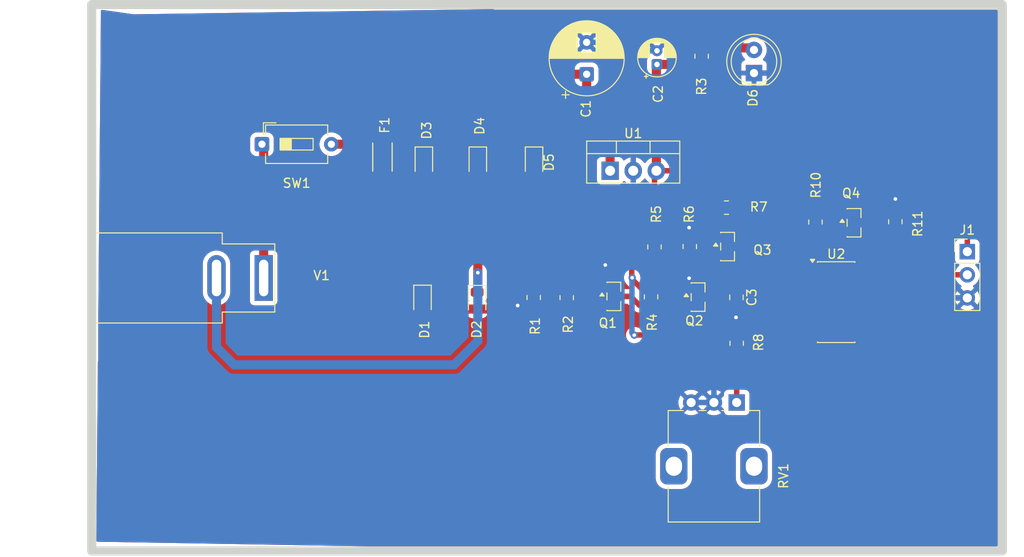
<source format=kicad_pcb>
(kicad_pcb (version 20241229) (generator "pcbnew") (generator_version "9.0")
  (title_block (title "CMPE2150 PWM Generator - mhe4") (date "2025-12-12") (rev "3") (company "NAIT CNT") (comment 1 "Mengning HE"))
  (layers (0 "F.Cu" signal) (2 "B.Cu" signal) (13 "F.Paste" user) (15 "B.Paste" user) (5 "F.SilkS" user "F.Silkscreen") (7 "B.SilkS" user "B.Silkscreen") (1 "F.Mask" user) (3 "B.Mask" user) (25 "Edge.Cuts" user))
  (net 0 "")
  (net 1 "GND")
  (net 2 "Net-(D5-K)")
  (net 3 "VCC")
  (net 4 "Net-(Q2-C)")
  (net 5 "Net-(D1-K)")
  (net 6 "GNDPWR")
  (net 7 "Net-(D3-K)")
  (net 8 "Net-(D6-A)")
  (net 9 "VAC")
  (net 10 "Net-(J1-Pin_2)")
  (net 11 "Net-(Q1-B)")
  (net 12 "Net-(Q1-C)")
  (net 13 "Net-(Q3-B)")
  (net 14 "Net-(Q3-E)")
  (net 15 "Net-(Q4-B)")
  (net 16 "Net-(U2A-+)")
  (net 17 "Net-(R10-Pad1)")
  (net 18 "Net-(SW1-A)")
  (footprint "Potentiometer_THT:Potentiometer_Alps_RK09K_Single_Vertical" (layer "F.Cu") (at 114.65 79.025 -90)
    (property "Reference" "RV1" (at 8.068 -5.15 90) (layer "F.SilkS"))
    (property "Value" "5k")
    (pad "1" thru_hole rect (at 0 0 270) (size 1.8 1.8) (drill 1) (layers "*.Cu" "*.Mask") (net 16 "Net-(U2A-+)"))
    (pad "2" thru_hole circle (at 0 2.5 270) (size 1.8 1.8) (drill 1) (layers "*.Cu" "*.Mask") (net 1 "GND"))
    (pad "3" thru_hole circle (at 0 5 270) (size 1.8 1.8) (drill 1) (layers "*.Cu" "*.Mask") (net 1 "GND"))
    (pad "MP" thru_hole roundrect (at 7 -1.9 270) (size 4 3) (drill oval 2.1 1.8) (layers "*.Cu" "*.Mask"))
    (pad "MP" thru_hole roundrect (at 7 6.9 270) (size 4 3) (drill oval 2.1 1.8) (layers "*.Cu" "*.Mask"))
  )
  (footprint "Capacitor_THT:CP_Radial_D8.0mm_P3.50mm" (layer "F.Cu") (at 98.175 42.977651 90)
    (property "Reference" "C1" (at -3.797349 -0.075 90) (layer "F.SilkS"))
    (property "Value" "220uf")
    (pad "1" thru_hole roundrect (at 0 0 90) (size 1.6 1.6) (drill 0.8) (layers "*.Cu" "*.Mask") (roundrect_rratio 0.15625) (net 2 "Net-(D5-K)"))
    (pad "2" thru_hole circle (at 3.5 0 90) (size 1.6 1.6) (drill 0.8) (layers "*.Cu" "*.Mask") (net 1 "GND"))
  )
  (footprint "Resistor_SMD:R_0805_2012Metric" (layer "F.Cu") (at 95.9875 67.5125 -90)
    (property "Reference" "R2" (at 2.9375 -0.1625 90) (layer "F.SilkS"))
    (property "Value" "1M")
    (pad "1" smd roundrect (at -0.9125 0 270) (size 1.025 1.4) (layers "F.Cu" "F.Mask" "F.Paste") (roundrect_rratio 0.243902) (net 7 "Net-(D3-K)"))
    (pad "2" smd roundrect (at 0.9125 0 270) (size 1.025 1.4) (layers "F.Cu" "F.Mask" "F.Paste") (roundrect_rratio 0.243902) (net 11 "Net-(Q1-B)"))
  )
  (footprint "Package_TO_SOT_SMD:SOT-23" (layer "F.Cu") (at 113.65 61.9)
    (property "Reference" "Q3" (at 3.825 0.375 0) (layer "F.SilkS"))
    (property "Value" "2N3906")
    (pad "1" smd roundrect (at -0.9375 -0.95) (size 1.475 0.6) (layers "F.Cu" "F.Mask" "F.Paste") (net 14 "Net-(Q3-E)"))
    (pad "2" smd roundrect (at -0.9375 0.95) (size 1.475 0.6) (layers "F.Cu" "F.Mask" "F.Paste") (net 13 "Net-(Q3-B)"))
    (pad "3" smd roundrect (at 0.9375 0) (size 1.475 0.6) (layers "F.Cu" "F.Mask" "F.Paste") (net 4 "Net-(Q2-C)"))
  )
  (footprint "Resistor_SMD:R_0805_2012Metric" (layer "F.Cu") (at 113.525 57.625)
    (property "Reference" "R7" (at 3.55 -0.075 0) (layer "F.SilkS"))
    (property "Value" "22k")
    (pad "1" smd roundrect (at -0.9125 0) (size 1.025 1.4) (layers "F.Cu" "F.Mask" "F.Paste") (roundrect_rratio 0.243902) (net 14 "Net-(Q3-E)"))
    (pad "2" smd roundrect (at 0.9125 0) (size 1.025 1.4) (layers "F.Cu" "F.Mask" "F.Paste") (roundrect_rratio 0.243902) (net 3 "VCC"))
  )
  (footprint "Resistor_SMD:R_0805_2012Metric" (layer "F.Cu") (at 105.625 61.9375 -90)
    (property "Reference" "R5" (at -3.5875 -0.2 90) (layer "F.SilkS"))
    (property "Value" "220k")
    (pad "1" smd roundrect (at -0.9125 0 270) (size 1.025 1.4) (layers "F.Cu" "F.Mask" "F.Paste") (roundrect_rratio 0.243902) (net 3 "VCC"))
    (pad "2" smd roundrect (at 0.9125 0 270) (size 1.025 1.4) (layers "F.Cu" "F.Mask" "F.Paste") (roundrect_rratio 0.243902) (net 13 "Net-(Q3-B)"))
  )
  (footprint "Resistor_SMD:R_0805_2012Metric" (layer "F.Cu") (at 132.075 59.175 90)
    (property "Reference" "R11" (at -0.227064 2.45 90) (layer "F.SilkS"))
    (property "Value" "180")
    (pad "1" smd roundrect (at -0.9125 0 90) (size 1.025 1.4) (layers "F.Cu" "F.Mask" "F.Paste") (roundrect_rratio 0.243902) (net 10 "Net-(J1-Pin_2)"))
    (pad "2" smd roundrect (at 0.9125 0 90) (size 1.025 1.4) (layers "F.Cu" "F.Mask" "F.Paste") (roundrect_rratio 0.243902) (net 1 "GND"))
  )
  (footprint "Connector_PinHeader_2.54mm:PinHeader_1x03_P2.54mm_Vertical" (layer "F.Cu") (at 139.975 62.46)
    (property "Reference" "J1" (at 0 -2.38 0) (layer "F.SilkS"))
    (property "Value" "Conn_01x03_Pin")
    (pad "1" thru_hole rect (at 0 0) (size 1.7 1.7) (drill 1) (layers "*.Cu" "*.Mask") (net 3 "VCC"))
    (pad "2" thru_hole circle (at 0 2.54) (size 1.7 1.7) (drill 1) (layers "*.Cu" "*.Mask") (net 10 "Net-(J1-Pin_2)"))
    (pad "3" thru_hole circle (at 0 5.08) (size 1.7 1.7) (drill 1) (layers "*.Cu" "*.Mask") (net 1 "GND"))
  )
  (footprint "Resistor_SMD:R_0805_2012Metric" (layer "F.Cu") (at 105.25 67.425 -90)
    (property "Reference" "R4" (at 2.8 -0.125 90) (layer "F.SilkS"))
    (property "Value" "10k")
    (pad "1" smd roundrect (at -0.9125 0 270) (size 1.025 1.4) (layers "F.Cu" "F.Mask" "F.Paste") (roundrect_rratio 0.243902) (net 3 "VCC"))
    (pad "2" smd roundrect (at 0.9125 0 270) (size 1.025 1.4) (layers "F.Cu" "F.Mask" "F.Paste") (roundrect_rratio 0.243902) (net 12 "Net-(Q1-C)"))
  )
  (footprint "Package_TO_SOT_SMD:SOT-23" (layer "F.Cu") (at 127.5375 59.2875)
    (property "Reference" "Q4" (at -0.3125 -3.2375 0) (layer "F.SilkS"))
    (property "Value" "2N3906")
    (pad "1" smd roundrect (at -0.9375 -0.95) (size 1.475 0.6) (layers "F.Cu" "F.Mask" "F.Paste") (net 3 "VCC"))
    (pad "2" smd roundrect (at -0.9375 0.95) (size 1.475 0.6) (layers "F.Cu" "F.Mask" "F.Paste") (net 15 "Net-(Q4-B)"))
    (pad "3" smd roundrect (at 0.9375 0) (size 1.475 0.6) (layers "F.Cu" "F.Mask" "F.Paste") (net 10 "Net-(J1-Pin_2)"))
  )
  (footprint "Package_TO_SOT_SMD:SOT-23" (layer "F.Cu") (at 101.1625 67.375)
    (property "Reference" "Q1" (at -0.6625 2.925 0) (layer "F.SilkS"))
    (property "Value" "2N3904")
    (pad "1" smd roundrect (at -0.9375 -0.95) (size 1.475 0.6) (layers "F.Cu" "F.Mask" "F.Paste") (net 1 "GND"))
    (pad "2" smd roundrect (at -0.9375 0.95) (size 1.475 0.6) (layers "F.Cu" "F.Mask" "F.Paste") (net 11 "Net-(Q1-B)"))
    (pad "3" smd roundrect (at 0.9375 0) (size 1.475 0.6) (layers "F.Cu" "F.Mask" "F.Paste") (net 12 "Net-(Q1-C)"))
  )
  (footprint "Resistor_SMD:R_0805_2012Metric" (layer "F.Cu") (at 110.8 41 90)
    (property "Reference" "R3" (at -3.325 0 90) (layer "F.SilkS"))
    (property "Value" "330")
    (pad "1" smd roundrect (at -0.9125 0 90) (size 1.025 1.4) (layers "F.Cu" "F.Mask" "F.Paste") (roundrect_rratio 0.243902) (net 3 "VCC"))
    (pad "2" smd roundrect (at 0.9125 0 90) (size 1.025 1.4) (layers "F.Cu" "F.Mask" "F.Paste") (roundrect_rratio 0.243902) (net 8 "Net-(D6-A)"))
  )
  (footprint "Resistor_SMD:R_0805_2012Metric" (layer "F.Cu") (at 123.3 59.2125 -90)
    (property "Reference" "R10" (at -4.0625 -0.05 90) (layer "F.SilkS"))
    (property "Value" "8.2k")
    (pad "1" smd roundrect (at -0.9125 0 270) (size 1.025 1.4) (layers "F.Cu" "F.Mask" "F.Paste") (roundrect_rratio 0.243902) (net 17 "Net-(R10-Pad1)"))
    (pad "2" smd roundrect (at 0.9125 0 270) (size 1.025 1.4) (layers "F.Cu" "F.Mask" "F.Paste") (roundrect_rratio 0.243902) (net 15 "Net-(Q4-B)"))
  )
  (footprint "Package_TO_SOT_THT:TO-220-3_Vertical" (layer "F.Cu") (at 100.75 53.575)
    (property "Reference" "U1" (at 2.54 -4.1 0) (layer "F.SilkS"))
    (property "Value" "LM7805_TO220")
    (pad "1" thru_hole rect (at 0 0) (size 1.905 2) (drill 1.1) (layers "*.Cu" "*.Mask") (net 2 "Net-(D5-K)"))
    (pad "2" thru_hole oval (at 2.54 0) (size 1.905 2) (drill 1.1) (layers "*.Cu" "*.Mask") (net 1 "GND"))
    (pad "3" thru_hole oval (at 5.08 0) (size 1.905 2) (drill 1.1) (layers "*.Cu" "*.Mask") (net 3 "VCC"))
  )
  (footprint "Diode_SMD:D_0805_2012Metric" (layer "F.Cu") (at 86.225 52.65 -90)
    (property "Reference" "D4" (at -4 -0.2 90) (layer "F.SilkS"))
    (property "Value" "1N4005G")
    (pad "1" smd roundrect (at -0.9375 0 270) (size 0.975 1.4) (layers "F.Cu" "F.Mask" "F.Paste") (net 7 "Net-(D3-K)"))
    (pad "2" smd roundrect (at 0.9375 0 270) (size 0.975 1.4) (layers "F.Cu" "F.Mask" "F.Paste") (net 6 "GNDPWR"))
  )
  (footprint "LED_THT:LED_D5.0mm" (layer "F.Cu") (at 116.55 42.85 90)
    (property "Reference" "D6" (at -2.725 -0.125 90) (layer "F.SilkS"))
    (property "Value" "LED_GREEN")
    (pad "1" thru_hole rect (at 0 0 90) (size 1.8 1.8) (drill 0.9) (layers "*.Cu" "*.Mask") (net 1 "GND"))
    (pad "2" thru_hole circle (at 2.54 0 90) (size 1.8 1.8) (drill 0.9) (layers "*.Cu" "*.Mask") (net 8 "Net-(D6-A)"))
  )
  (footprint "Diode_SMD:D_0805_2012Metric" (layer "F.Cu") (at 80.15 67.825 -90)
    (property "Reference" "D1" (at 3.2 -0.225 90) (layer "F.SilkS"))
    (property "Value" "1N4005G")
    (pad "1" smd roundrect (at -0.9375 0 270) (size 0.975 1.4) (layers "F.Cu" "F.Mask" "F.Paste") (net 5 "Net-(D1-K)"))
    (pad "2" smd roundrect (at 0.9375 0 270) (size 0.975 1.4) (layers "F.Cu" "F.Mask" "F.Paste") (net 1 "GND"))
  )
  (footprint "Resistor_SMD:R_0805_2012Metric" (layer "F.Cu") (at 109.5 61.9 90)
    (property "Reference" "R6" (at 3.55 -0.075 90) (layer "F.SilkS"))
    (property "Value" "390k")
    (pad "1" smd roundrect (at -0.9125 0 90) (size 1.025 1.4) (layers "F.Cu" "F.Mask" "F.Paste") (roundrect_rratio 0.243902) (net 13 "Net-(Q3-B)"))
    (pad "2" smd roundrect (at 0.9125 0 90) (size 1.025 1.4) (layers "F.Cu" "F.Mask" "F.Paste") (roundrect_rratio 0.243902) (net 1 "GND"))
  )
  (footprint "Button_Switch_THT:SW_DIP_SPSTx01_Slide_6.7x4.1mm_W7.62mm_P2.54mm_LowProfile" (layer "F.Cu") (at 62.52 50.6625)
    (property "Reference" "SW1" (at 3.81 4.275 0) (layer "F.SilkS"))
    (property "Value" "CTS 209-210")
    (pad "1" thru_hole roundrect (at 0 0) (size 1.6 1.6) (drill 0.8) (layers "*.Cu" "*.Mask") (roundrect_rratio 0.15625) (net 18 "Net-(SW1-A)"))
    (pad "2" thru_hole circle (at 7.62 0) (size 1.6 1.6) (drill 0.8) (layers "*.Cu" "*.Mask") (net 9 "VAC"))
  )
  (footprint "Resistor_SMD:R_0805_2012Metric" (layer "F.Cu") (at 92.3625 67.5 -90)
    (property "Reference" "R1" (at 3.125 -0.1625 90) (layer "F.SilkS"))
    (property "Value" "2.2k")
    (pad "1" smd roundrect (at -0.9125 0 270) (size 1.025 1.4) (layers "F.Cu" "F.Mask" "F.Paste") (roundrect_rratio 0.243902) (net 7 "Net-(D3-K)"))
    (pad "2" smd roundrect (at 0.9125 0 270) (size 1.025 1.4) (layers "F.Cu" "F.Mask" "F.Paste") (roundrect_rratio 0.243902) (net 1 "GND"))
  )
  (footprint "Package_TO_SOT_SMD:SOT-23" (layer "F.Cu") (at 110.4125 67.45)
    (property "Reference" "Q2" (at -0.4125 2.6 0) (layer "F.SilkS"))
    (property "Value" "2N3904")
    (pad "1" smd roundrect (at -0.9375 -0.95) (size 1.475 0.6) (layers "F.Cu" "F.Mask" "F.Paste") (net 1 "GND"))
    (pad "2" smd roundrect (at -0.9375 0.95) (size 1.475 0.6) (layers "F.Cu" "F.Mask" "F.Paste") (net 12 "Net-(Q1-C)"))
    (pad "3" smd roundrect (at 0.9375 0) (size 1.475 0.6) (layers "F.Cu" "F.Mask" "F.Paste") (net 4 "Net-(Q2-C)"))
  )
  (footprint "Package_SO:SOIC-14_3.9x8.7mm_P1.27mm" (layer "F.Cu") (at 125.575 68.0025)
    (property "Reference" "U2" (at 0 -5.28 0) (layer "F.SilkS"))
    (property "Value" "LM339")
    (pad "1" smd roundrect (at -2.475 -3.81) (size 1.95 0.6) (layers "F.Cu" "F.Mask" "F.Paste"))
    (pad "2" smd roundrect (at -2.475 -2.54) (size 1.95 0.6) (layers "F.Cu" "F.Mask" "F.Paste") (net 17 "Net-(R10-Pad1)"))
    (pad "3" smd roundrect (at -2.475 -1.27) (size 1.95 0.6) (layers "F.Cu" "F.Mask" "F.Paste") (net 3 "VCC"))
    (pad "4" smd roundrect (at -2.475 0) (size 1.95 0.6) (layers "F.Cu" "F.Mask" "F.Paste") (net 4 "Net-(Q2-C)"))
    (pad "5" smd roundrect (at -2.475 1.27) (size 1.95 0.6) (layers "F.Cu" "F.Mask" "F.Paste") (net 16 "Net-(U2A-+)"))
    (pad "6" smd roundrect (at -2.475 2.54) (size 1.95 0.6) (layers "F.Cu" "F.Mask" "F.Paste"))
    (pad "7" smd roundrect (at -2.475 3.81) (size 1.95 0.6) (layers "F.Cu" "F.Mask" "F.Paste"))
    (pad "8" smd roundrect (at 2.475 3.81) (size 1.95 0.6) (layers "F.Cu" "F.Mask" "F.Paste"))
    (pad "9" smd roundrect (at 2.475 2.54) (size 1.95 0.6) (layers "F.Cu" "F.Mask" "F.Paste"))
    (pad "10" smd roundrect (at 2.475 1.27) (size 1.95 0.6) (layers "F.Cu" "F.Mask" "F.Paste"))
    (pad "11" smd roundrect (at 2.475 0) (size 1.95 0.6) (layers "F.Cu" "F.Mask" "F.Paste"))
    (pad "12" smd roundrect (at 2.475 -1.27) (size 1.95 0.6) (layers "F.Cu" "F.Mask" "F.Paste") (net 1 "GND"))
    (pad "13" smd roundrect (at 2.475 -2.54) (size 1.95 0.6) (layers "F.Cu" "F.Mask" "F.Paste"))
    (pad "14" smd roundrect (at 2.475 -3.81) (size 1.95 0.6) (layers "F.Cu" "F.Mask" "F.Paste"))
  )
  (footprint "Diode_SMD:D_0805_2012Metric" (layer "F.Cu") (at 80.3 52.65 -90)
    (property "Reference" "D3" (at -3.5 -0.3 90) (layer "F.SilkS"))
    (property "Value" "1N4005G")
    (pad "1" smd roundrect (at -0.9375 0 270) (size 0.975 1.4) (layers "F.Cu" "F.Mask" "F.Paste") (net 7 "Net-(D3-K)"))
    (pad "2" smd roundrect (at 0.9375 0 270) (size 0.975 1.4) (layers "F.Cu" "F.Mask" "F.Paste") (net 5 "Net-(D1-K)"))
  )
  (footprint "Connector_BarrelJack:BarrelJack_SwitchcraftConxall_RAPC10U_Horizontal" (layer "F.Cu") (at 62.71 65.35)
    (property "Reference" "V1" (at 6.365 -0.275 0) (layer "F.SilkS"))
    (property "Value" "BarrelJack")
    (fp_line (start -18.67 -9) (end -18.67 9) (stroke (width 0.12)) (layer "Edge.Cuts"))
    (pad "1" thru_hole rect (at 0 0) (size 2.02 5.02) (drill oval 1.02 4.02) (layers "*.Cu" "*.Mask") (net 18 "Net-(SW1-A)"))
    (pad "2" thru_hole oval (at -5.18 0) (size 2.02 5.02) (drill oval 1.02 4.02) (layers "*.Cu" "*.Mask") (net 6 "GNDPWR"))
  )
  (footprint "Diode_SMD:D_0805_2012Metric" (layer "F.Cu") (at 92.4 52.65 -90)
    (property "Reference" "D5" (at 0 -1.65 90) (layer "F.SilkS"))
    (property "Value" "1N4005G")
    (pad "1" smd roundrect (at -0.9375 0 270) (size 0.975 1.4) (layers "F.Cu" "F.Mask" "F.Paste") (net 2 "Net-(D5-K)"))
    (pad "2" smd roundrect (at 0.9375 0 270) (size 0.975 1.4) (layers "F.Cu" "F.Mask" "F.Paste") (net 7 "Net-(D3-K)"))
  )
  (footprint "Capacitor_SMD:C_0805_2012Metric" (layer "F.Cu") (at 114.625 67.475 -90)
    (property "Reference" "C3" (at 0 -1.68 90) (layer "F.SilkS"))
    (property "Value" "0.1uf")
    (pad "1" smd roundrect (at -0.95 0 270) (size 1 1.45) (layers "F.Cu" "F.Mask" "F.Paste") (net 4 "Net-(Q2-C)"))
    (pad "2" smd roundrect (at 0.95 0 270) (size 1 1.45) (layers "F.Cu" "F.Mask" "F.Paste") (net 1 "GND"))
  )
  (footprint "Capacitor_THT:CP_Radial_D4.0mm_P1.50mm" (layer "F.Cu") (at 105.9 41.9 90)
    (property "Reference" "C2" (at -3.25 0.125 90) (layer "F.SilkS"))
    (property "Value" "10uf")
    (pad "1" thru_hole roundrect (at 0 0 90) (size 1.2 1.2) (drill 0.6) (layers "*.Cu" "*.Mask") (roundrect_rratio 0.208333) (net 3 "VCC"))
    (pad "2" thru_hole circle (at 1.5 0 90) (size 1.2 1.2) (drill 0.6) (layers "*.Cu" "*.Mask") (net 1 "GND"))
  )
  (footprint "Resistor_SMD:R_0805_2012Metric" (layer "F.Cu") (at 114.65 72.525 -90)
    (property "Reference" "R8" (at -0.1 -2.4 90) (layer "F.SilkS"))
    (property "Value" "2.2k")
    (pad "1" smd roundrect (at -0.9125 0 270) (size 1.025 1.4) (layers "F.Cu" "F.Mask" "F.Paste") (roundrect_rratio 0.243902) (net 3 "VCC"))
    (pad "2" smd roundrect (at 0.9125 0 270) (size 1.025 1.4) (layers "F.Cu" "F.Mask" "F.Paste") (roundrect_rratio 0.243902) (net 16 "Net-(U2A-+)"))
  )
  (footprint "Diode_SMD:D_0805_2012Metric" (layer "F.Cu") (at 86.15 67.85 -90)
    (property "Reference" "D2" (at 3.15 0.05 90) (layer "F.SilkS"))
    (property "Value" "1N4005G")
    (pad "1" smd roundrect (at -0.9375 0 270) (size 0.975 1.4) (layers "F.Cu" "F.Mask" "F.Paste") (net 6 "GNDPWR"))
    (pad "2" smd roundrect (at 0.9375 0 270) (size 0.975 1.4) (layers "F.Cu" "F.Mask" "F.Paste") (net 1 "GND"))
  )
  (footprint "lib:RESC3115X65N" (layer "F.Cu") (at 75.75 52.075 -90)
    (property "Reference" "F1" (at -3.5 -0.25 90) (layer "F.SilkS"))
    (property "Value" "NANOSMDC016F-2")
    (pad "1" smd roundrect (at -1.465 0 270) (size 1.09 1.77) (layers "F.Cu" "F.Mask" "F.Paste") (roundrect_rratio 0.07) (net 9 "VAC"))
    (pad "2" smd roundrect (at 1.54 0 270) (size 0.94 1.77) (layers "F.Cu" "F.Mask" "F.Paste") (roundrect_rratio 0.07) (net 5 "Net-(D1-K)"))
  )
  (gr_rect (start 43.825 35.325) (end 143.825 95.325) (stroke (width 1)) (fill no) (layer "Edge.Cuts"))
  (segment (start 109.475 65.4) (end 109.45 65.375) (width 0.6) (layer "F.Cu") (net 1))
  (segment (start 114.625 68.425) (end 114.625 69.65) (width 0.6) (layer "F.Cu") (net 1))
  (segment (start 109.5 59.9) (end 109.425 59.825) (width 0.6) (layer "F.Cu") (net 1))
  (segment (start 109.5 60.9875) (end 109.5 59.9) (width 0.6) (layer "F.Cu") (net 1))
  (segment (start 100.225 66.425) (end 100.225 63.975) (width 0.6) (layer "F.Cu") (net 1))
  (segment (start 109.475 66.5) (end 109.475 65.4) (width 0.6) (layer "F.Cu") (net 1))
  (segment (start 80.15 68.7625) (end 88.5625 68.7625) (width 1) (layer "F.Cu") (net 1))
  (segment (start 132.075 56.675) (end 132.075 58.2625) (width 0.6) (layer "F.Cu") (net 1))
  (segment (start 88.9125 68.4125) (end 92.3625 68.4125) (width 1) (layer "F.Cu") (net 1))
  (segment (start 114.625 69.65) (end 114.575 69.7) (width 0.6) (layer "F.Cu") (net 1))
  (segment (start 128.05 66.7325) (end 133.0075 66.7325) (width 0.6) (layer "F.Cu") (net 1))
  (segment (start 88.5625 68.7625) (end 88.9125 68.4125) (width 1) (layer "F.Cu") (net 1))
  (segment (start 133.0075 66.7325) (end 133.815 67.54) (width 0.6) (layer "F.Cu") (net 1))
  (segment (start 133.815 67.54) (end 139.975 67.54) (width 0.6) (layer "F.Cu") (net 1))
  (via (at 114.575 69.675) (size 0.8) (drill 0.4) (layers "F.Cu" "B.Cu") (net 1))
  (via (at 109.425 59.825) (size 0.8) (drill 0.4) (layers "F.Cu" "B.Cu") (net 1))
  (via (at 109.425 65.375) (size 0.8) (drill 0.4) (layers "F.Cu" "B.Cu") (net 1))
  (via (at 132.075 56.675) (size 0.8) (drill 0.4) (layers "F.Cu" "B.Cu") (net 1))
  (via (at 90.6 68.375) (size 0.8) (drill 0.4) (layers "F.Cu" "B.Cu") (net 1))
  (via (at 100.225 63.925) (size 0.8) (drill 0.4) (layers "F.Cu" "B.Cu") (net 1))
  (segment (start 105.15 59.825) (end 103.29 57.965) (width 0.6) (layer "B.Cu") (net 1))
  (segment (start 102.525 40.425) (end 102.55 40.4) (width 0.6) (layer "B.Cu") (net 1))
  (segment (start 94.025 63.925) (end 90.6 67.35) (width 0.6) (layer "B.Cu") (net 1))
  (segment (start 109.375 63.925) (end 109.425 63.875) (width 0.6) (layer "B.Cu") (net 1))
  (segment (start 102.525 44.125) (end 102.525 40.425) (width 0.6) (layer "B.Cu") (net 1))
  (segment (start 102.075 40.4) (end 102.55 40.4) (width 0.6) (layer "B.Cu") (net 1))
  (segment (start 110.875 69.675) (end 109.425 68.225) (width 0.6) (layer "B.Cu") (net 1))
  (segment (start 90.6 67.35) (end 90.6 68.375) (width 0.6) (layer "B.Cu") (net 1))
  (segment (start 109.425 59.825) (end 105.15 59.825) (width 0.6) (layer "B.Cu") (net 1))
  (segment (start 114.575 69.675) (end 110.875 69.675) (width 0.6) (layer "B.Cu") (net 1))
  (segment (start 139.975 67.54) (end 135.715 67.54) (width 0.6) (layer "B.Cu") (net 1))
  (segment (start 100.225 63.925) (end 109.375 63.925) (width 0.6) (layer "B.Cu") (net 1))
  (segment (start 132.075 48.375) (end 126.55 42.85) (width 0.6) (layer "B.Cu") (net 1))
  (segment (start 109.425 63.875) (end 109.425 59.825) (width 0.6) (layer "B.Cu") (net 1))
  (segment (start 102.55 40.4) (end 105.9 40.4) (width 0.6) (layer "B.Cu") (net 1))
  (segment (start 101.152651 39.477651) (end 102.075 40.4) (width 0.6) (layer "B.Cu") (net 1))
  (segment (start 103.29 44.89) (end 102.525 44.125) (width 0.6) (layer "B.Cu") (net 1))
  (segment (start 109.425 65.375) (end 109.425 63.875) (width 0.6) (layer "B.Cu") (net 1))
  (segment (start 114.575 69.675) (end 114.575 72.65) (width 0.6) (layer "B.Cu") (net 1))
  (segment (start 103.29 57.965) (end 103.29 53.575) (width 0.6) (layer "B.Cu") (net 1))
  (segment (start 112.15 79.025) (end 109.65 79.025) (width 0.6) (layer "B.Cu") (net 1))
  (segment (start 98.175 39.477651) (end 101.152651 39.477651) (width 0.6) (layer "B.Cu") (net 1))
  (segment (start 109.425 68.225) (end 109.425 65.375) (width 0.6) (layer "B.Cu") (net 1))
  (segment (start 126.55 42.85) (end 116.55 42.85) (width 0.6) (layer "B.Cu") (net 1))
  (segment (start 112.15 75.075) (end 112.15 79.025) (width 0.6) (layer "B.Cu") (net 1))
  (segment (start 135.715 67.54) (end 132.075 63.9) (width 0.6) (layer "B.Cu") (net 1))
  (segment (start 100.225 63.925) (end 94.025 63.925) (width 0.6) (layer "B.Cu") (net 1))
  (segment (start 132.075 63.9) (end 132.075 48.375) (width 0.6) (layer "B.Cu") (net 1))
  (segment (start 103.29 53.575) (end 103.29 44.89) (width 0.6) (layer "B.Cu") (net 1))
  (segment (start 114.575 72.65) (end 112.15 75.075) (width 0.6) (layer "B.Cu") (net 1))
  (segment (start 92.4 51.7125) (end 92.4 46.125) (width 1) (layer "F.Cu") (net 2))
  (segment (start 95.547349 42.977651) (end 98.175 42.977651) (width 1) (layer "F.Cu") (net 2))
  (segment (start 92.4 46.125) (end 95.547349 42.977651) (width 1) (layer "F.Cu") (net 2))
  (segment (start 98.175 42.977651) (end 98.175 47.15) (width 1) (layer "F.Cu") (net 2))
  (segment (start 100.75 49.725) (end 100.75 53.575) (width 1) (layer "F.Cu") (net 2))
  (segment (start 98.175 47.15) (end 100.75 49.725) (width 1) (layer "F.Cu") (net 2))
  (segment (start 119.7575 66.7325) (end 117.875 64.85) (width 0.6) (layer "F.Cu") (net 3))
  (segment (start 104 61.025) (end 103.125 61.9) (width 0.6) (layer "F.Cu") (net 3))
  (segment (start 105.625 54.41) (end 105.625 61.025) (width 0.6) (layer "F.Cu") (net 3))
  (segment (start 114.4375 57.625) (end 114.4375 53.575) (width 0.6) (layer "F.Cu") (net 3))
  (segment (start 112.95 53.575) (end 120.3 53.575) (width 0.6) (layer "F.Cu") (net 3))
  (segment (start 114.4375 53.575) (end 112.95 53.575) (width 0.6) (layer "F.Cu") (net 3))
  (segment (start 105.83 53.575) (end 105.83 54.205) (width 0.6) (layer "F.Cu") (net 3))
  (segment (start 139.975 58.6) (end 135.7 54.325) (width 0.6) (layer "F.Cu") (net 3))
  (segment (start 114.65 71.6125) (end 103.4125 71.6125) (width 0.6) (layer "F.Cu") (net 3))
  (segment (start 126.675 54.325) (end 121.05 54.325) (width 0.6) (layer "F.Cu") (net 3))
  (segment (start 105.83 54.205) (end 105.625 54.41) (width 0.6) (layer "F.Cu") (net 3))
  (segment (start 135.7 54.325) (end 126.675 54.325) (width 0.6) (layer "F.Cu") (net 3))
  (segment (start 117.875 64.85) (end 117.875 59) (width 0.6) (layer "F.Cu") (net 3))
  (segment (start 105.625 61.025) (end 104 61.025) (width 0.6) (layer "F.Cu") (net 3))
  (segment (start 103.4125 71.6125) (end 103.4 71.625) (width 0.6) (layer "F.Cu") (net 3))
  (segment (start 105.83 53.575) (end 105.83 41.97) (width 1) (layer "F.Cu") (net 3))
  (segment (start 126.6 58.3375) (end 126.6 54.4) (width 0.6) (layer "F.Cu") (net 3))
  (segment (start 126.6 54.4) (end 126.675 54.325) (width 0.6) (layer "F.Cu") (net 3))
  (segment (start 104.1875 66.5125) (end 105.25 66.5125) (width 0.6) (layer "F.Cu") (net 3))
  (segment (start 120.3 53.575) (end 121.05 54.325) (width 0.6) (layer "F.Cu") (net 3))
  (segment (start 103.125 61.9) (end 103.125 65.45) (width 0.6) (layer "F.Cu") (net 3))
  (segment (start 123.1 66.7325) (end 119.7575 66.7325) (width 0.6) (layer "F.Cu") (net 3))
  (segment (start 139.975 62.46) (end 139.975 58.6) (width 0.6) (layer "F.Cu") (net 3))
  (segment (start 116.5 57.625) (end 114.4375 57.625) (width 0.6) (layer "F.Cu") (net 3))
  (segment (start 103.125 65.45) (end 104.1875 66.5125) (width 0.6) (layer "F.Cu") (net 3))
  (segment (start 105.9 41.9) (end 110.6125 41.9) (width 1) (layer "F.Cu") (net 3))
  (segment (start 117.875 59) (end 116.5 57.625) (width 0.6) (layer "F.Cu") (net 3))
  (segment (start 105.83 41.97) (end 105.9 41.9) (width 1) (layer "F.Cu") (net 3))
  (segment (start 112.95 53.575) (end 105.83 53.575) (width 0.6) (layer "F.Cu") (net 3))
  (via (at 103.175 65.325) (size 0.8) (drill 0.4) (layers "F.Cu" "B.Cu") (net 3))
  (via (at 103.4 71.625) (size 0.8) (drill 0.4) (layers "F.Cu" "B.Cu") (net 3))
  (segment (start 103.4 71.625) (end 103.15 71.375) (width 0.6) (layer "B.Cu") (net 3))
  (segment (start 103.15 71.375) (end 103.15 65.325) (width 0.6) (layer "B.Cu") (net 3))
  (segment (start 123.1 68.0025) (end 118.1275 68.0025) (width 0.6) (layer "F.Cu") (net 4))
  (segment (start 111.35 67.45) (end 112.55 67.45) (width 0.6) (layer "F.Cu") (net 4))
  (segment (start 117.525 67.4) (end 116.65 66.525) (width 0.6) (layer "F.Cu") (net 4))
  (segment (start 116.65 66.525) (end 114.625 66.525) (width 0.6) (layer "F.Cu") (net 4))
  (segment (start 114.5875 66.4875) (end 114.625 66.525) (width 0.6) (layer "F.Cu") (net 4))
  (segment (start 113.475 66.525) (end 114.625 66.525) (width 0.6) (layer "F.Cu") (net 4))
  (segment (start 112.55 67.45) (end 113.475 66.525) (width 0.6) (layer "F.Cu") (net 4))
  (segment (start 114.5875 61.9) (end 114.5875 66.4875) (width 0.6) (layer "F.Cu") (net 4))
  (segment (start 118.1275 68.0025) (end 117.525 67.4) (width 0.6) (layer "F.Cu") (net 4))
  (segment (start 80.3 66.7375) (end 80.15 66.8875) (width 1) (layer "F.Cu") (net 5))
  (segment (start 80.26 53.615) (end 80.3 53.575) (width 1) (layer "F.Cu") (net 5))
  (segment (start 75.75 53.615) (end 80.26 53.615) (width 1) (layer "F.Cu") (net 5))
  (segment (start 80.3 53.5875) (end 80.3 66.7375) (width 1) (layer "F.Cu") (net 5))
  (segment (start 86.225 66.7875) (end 86.025 66.9875) (width 1) (layer "F.Cu") (net 6))
  (segment (start 86.225 53.5875) (end 86.225 66.7875) (width 1) (layer "F.Cu") (net 6))
  (via (at 86.225 64.775) (size 0.8) (drill 0.4) (layers "F.Cu" "B.Cu") (net 6))
  (segment (start 57.53 65.35) (end 57.53 72.955) (width 1) (layer "B.Cu") (net 6))
  (segment (start 59.45 74.875) (end 83.625 74.875) (width 1) (layer "B.Cu") (net 6))
  (segment (start 57.53 72.955) (end 59.45 74.875) (width 1) (layer "B.Cu") (net 6))
  (segment (start 83.625 74.875) (end 86.225 72.275) (width 1) (layer "B.Cu") (net 6))
  (segment (start 86.225 72.275) (end 86.225 64.775) (width 1) (layer "B.Cu") (net 6))
  (segment (start 80.3 51.7125) (end 88.7375 51.7125) (width 1) (layer "F.Cu") (net 7))
  (segment (start 92.3625 66.5875) (end 95.975 66.5875) (width 1) (layer "F.Cu") (net 7))
  (segment (start 92.4 66.55) (end 92.3625 66.5875) (width 1) (layer "F.Cu") (net 7))
  (segment (start 88.7375 51.7125) (end 90.6125 53.5875) (width 1) (layer "F.Cu") (net 7))
  (segment (start 92.4 53.5875) (end 92.4 66.55) (width 1) (layer "F.Cu") (net 7))
  (segment (start 95.975 66.5875) (end 95.9875 66.6) (width 1) (layer "F.Cu") (net 7))
  (segment (start 90.6125 53.5875) (end 92.4 53.5875) (width 1) (layer "F.Cu") (net 7))
  (segment (start 116.3275 40.0875) (end 116.55 40.31) (width 1) (layer "F.Cu") (net 8))
  (segment (start 110.8 40.0875) (end 116.3275 40.0875) (width 1) (layer "F.Cu") (net 8))
  (segment (start 70.14 50.6625) (end 75.6975 50.6625) (width 1) (layer "F.Cu") (net 9))
  (segment (start 75.6975 50.6625) (end 75.75 50.61) (width 1) (layer "F.Cu") (net 9))
  (segment (start 130.2625 60.0875) (end 129.4625 59.2875) (width 0.6) (layer "F.Cu") (net 10))
  (segment (start 129.4625 59.2875) (end 128.475 59.2875) (width 0.6) (layer "F.Cu") (net 10))
  (segment (start 132.075 63.575) (end 132.075 60.0875) (width 0.6) (layer "F.Cu") (net 10))
  (segment (start 139.975 65) (end 133.5 65) (width 0.6) (layer "F.Cu") (net 10))
  (segment (start 132.075 60.0875) (end 130.2625 60.0875) (width 0.6) (layer "F.Cu") (net 10))
  (segment (start 133.5 65) (end 132.075 63.575) (width 0.6) (layer "F.Cu") (net 10))
  (segment (start 100.125 68.425) (end 100.225 68.325) (width 0.6) (layer "F.Cu") (net 11))
  (segment (start 95.9875 68.425) (end 100.125 68.425) (width 0.6) (layer "F.Cu") (net 11))
  (segment (start 103.9625 68.3375) (end 105.25 68.3375) (width 0.6) (layer "F.Cu") (net 12))
  (segment (start 105.25 68.3375) (end 109.4125 68.3375) (width 0.6) (layer "F.Cu") (net 12))
  (segment (start 109.4125 68.3375) (end 109.475 68.4) (width 0.6) (layer "F.Cu") (net 12))
  (segment (start 102.1 67.375) (end 103 67.375) (width 0.6) (layer "F.Cu") (net 12))
  (segment (start 103 67.375) (end 103.9625 68.3375) (width 0.6) (layer "F.Cu") (net 12))
  (segment (start 112.7125 62.85) (end 105.625 62.85) (width 0.6) (layer "F.Cu") (net 13))
  (segment (start 112.7125 60.95) (end 112.7125 57.725) (width 0.6) (layer "F.Cu") (net 14))
  (segment (start 112.7125 57.725) (end 112.6125 57.625) (width 0.6) (layer "F.Cu") (net 14))
  (segment (start 123.4125 60.2375) (end 123.3 60.125) (width 0.6) (layer "F.Cu") (net 15))
  (segment (start 126.6 60.2375) (end 123.4125 60.2375) (width 0.6) (layer "F.Cu") (net 15))
  (segment (start 123.1 69.2725) (end 118.0775 69.2725) (width 0.6) (layer "F.Cu") (net 16))
  (segment (start 116.975 70.375) (end 116.975 72.575) (width 0.6) (layer "F.Cu") (net 16))
  (segment (start 116.975 72.575) (end 116.1125 73.4375) (width 0.6) (layer "F.Cu") (net 16))
  (segment (start 118.04 69.31) (end 117.6625 69.6875) (width 0.6) (layer "F.Cu") (net 16))
  (segment (start 117.6625 69.6875) (end 116.975 70.375) (width 0.6) (layer "F.Cu") (net 16))
  (segment (start 114.65 73.4375) (end 114.65 79.025) (width 0.6) (layer "F.Cu") (net 16))
  (segment (start 118.0775 69.2725) (end 117.6625 69.6875) (width 0.6) (layer "F.Cu") (net 16))
  (segment (start 116.1125 73.4375) (end 114.65 73.4375) (width 0.6) (layer "F.Cu") (net 16))
  (segment (start 120.275 64.25) (end 120.275 59.575) (width 0.6) (layer "F.Cu") (net 17))
  (segment (start 120.275 59.575) (end 121.55 58.3) (width 0.6) (layer "F.Cu") (net 17))
  (segment (start 121.55 58.3) (end 123.3 58.3) (width 0.6) (layer "F.Cu") (net 17))
  (segment (start 121.4875 65.4625) (end 120.275 64.25) (width 0.6) (layer "F.Cu") (net 17))
  (segment (start 123.1 65.4625) (end 121.4875 65.4625) (width 0.6) (layer "F.Cu") (net 17))
  (segment (start 62.71 50.8525) (end 62.52 50.6625) (width 1) (layer "F.Cu") (net 18))
  (segment (start 62.71 65.35) (end 62.71 50.8525) (width 1) (layer "F.Cu") (net 18))
  (zone (net 1) (net_name "GND") (layers "F.Cu" "B.Cu") (connect_pads (clearance 0.5)) (min_thickness 0.25) (fill yes (thermal_gap 0.5) (thermal_bridge_width 0.5))
    (polygon (pts (xy 87.95 35.825) (xy 48.397 36.397) (xy 44.841 35.889) (xy 44.333 94.309) (xy 143.925 96) (xy 143.393 35.889) (xy 88.021 35.889)))
  )
)
</source>
